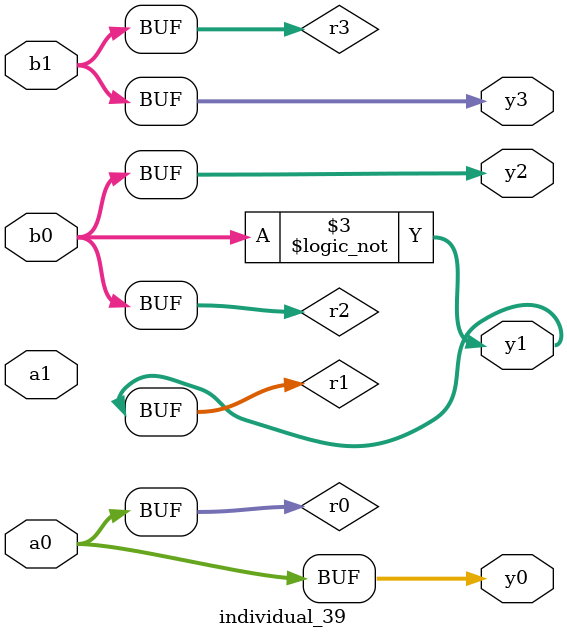
<source format=sv>
module individual_39(input logic [15:0] a1, input logic [15:0] a0, input logic [15:0] b1, input logic [15:0] b0, output logic [15:0] y3, output logic [15:0] y2, output logic [15:0] y1, output logic [15:0] y0);
logic [15:0] r0, r1, r2, r3; 
 always@(*) begin 
	 r0 = a0; r1 = a1; r2 = b0; r3 = b1; 
 	 r1  |=  a0 ;
 	 r1 = ! b0 ;
 	 y3 = r3; y2 = r2; y1 = r1; y0 = r0; 
end
endmodule
</source>
